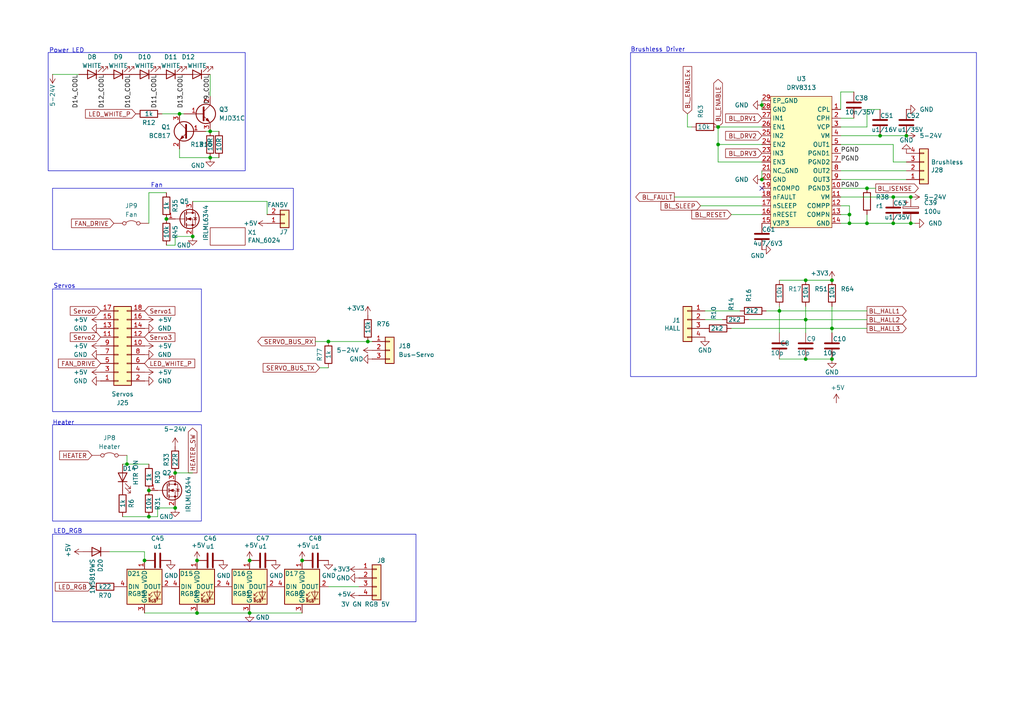
<source format=kicad_sch>
(kicad_sch (version 20231120) (generator "eeschema") (generator_version "8.0")
  (paper "A4")
  (title_block (title "lab@home") (date "2024-08-19") (rev "15.1") (company "Klaus Liebler"))
  (lib_symbols
    (symbol "Connector_Generic:Conn_01x02" (pin_names (offset 1.016) hide)
      (property "Reference" "J" (at 0 2.54 0))
      (property "Value" "Conn_01x02" (at 0 -5.08 0))
      (symbol "Conn_01x02_1_1"
        (pin passive line (at -5.08 0 0) (length 3.81) (name "Pin_1") (number "1"))
        (pin passive line (at -5.08 -2.54 0) (length 3.81) (name "Pin_2") (number "2"))
      )
    )
    (symbol "Connector_Generic:Conn_01x03" (pin_names (offset 1.016) hide)
      (property "Reference" "J" (at 0 5.08 0))
      (property "Value" "Conn_01x03" (at 0 -5.08 0))
      (symbol "Conn_01x03_1_1"
        (pin passive line (at -5.08 2.54 0) (length 3.81) (name "Pin_1") (number "1"))
        (pin passive line (at -5.08 0 0) (length 3.81) (name "Pin_2") (number "2"))
        (pin passive line (at -5.08 -2.54 0) (length 3.81) (name "Pin_3") (number "3"))
      )
    )
    (symbol "Connector_Generic:Conn_01x04" (pin_names (offset 1.016) hide)
      (property "Reference" "J" (at 0 5.08 0))
      (property "Value" "Conn_01x04" (at 0 -7.62 0))
      (symbol "Conn_01x04_1_1"
        (pin passive line (at -5.08 2.54 0) (length 3.81) (name "Pin_1") (number "1"))
        (pin passive line (at -5.08 0 0) (length 3.81) (name "Pin_2") (number "2"))
        (pin passive line (at -5.08 -2.54 0) (length 3.81) (name "Pin_3") (number "3"))
        (pin passive line (at -5.08 -5.08 0) (length 3.81) (name "Pin_4") (number "4"))
      )
    )
    (symbol "Connector_Generic:Conn_02x09_Odd_Even" (pin_names (offset 1.016) hide)
      (property "Reference" "J" (at 1.27 12.7 0))
      (property "Value" "Conn_02x09_Odd_Even" (at 1.27 -12.7 0))
      (symbol "Conn_02x09_Odd_Even_1_1"
        (pin passive line (at -5.08 10.16 0) (length 3.81) (name "Pin_1") (number "1"))
        (pin passive line (at 7.62 0 180) (length 3.81) (name "Pin_10") (number "10"))
        (pin passive line (at -5.08 -2.54 0) (length 3.81) (name "Pin_11") (number "11"))
        (pin passive line (at 7.62 -2.54 180) (length 3.81) (name "Pin_12") (number "12"))
        (pin passive line (at -5.08 -5.08 0) (length 3.81) (name "Pin_13") (number "13"))
        (pin passive line (at 7.62 -5.08 180) (length 3.81) (name "Pin_14") (number "14"))
        (pin passive line (at -5.08 -7.62 0) (length 3.81) (name "Pin_15") (number "15"))
        (pin passive line (at 7.62 -7.62 180) (length 3.81) (name "Pin_16") (number "16"))
        (pin passive line (at -5.08 -10.16 0) (length 3.81) (name "Pin_17") (number "17"))
        (pin passive line (at 7.62 -10.16 180) (length 3.81) (name "Pin_18") (number "18"))
        (pin passive line (at 7.62 10.16 180) (length 3.81) (name "Pin_2") (number "2"))
        (pin passive line (at -5.08 7.62 0) (length 3.81) (name "Pin_3") (number "3"))
        (pin passive line (at 7.62 7.62 180) (length 3.81) (name "Pin_4") (number "4"))
        (pin passive line (at -5.08 5.08 0) (length 3.81) (name "Pin_5") (number "5"))
        (pin passive line (at 7.62 5.08 180) (length 3.81) (name "Pin_6") (number "6"))
        (pin passive line (at -5.08 2.54 0) (length 3.81) (name "Pin_7") (number "7"))
        (pin passive line (at 7.62 2.54 180) (length 3.81) (name "Pin_8") (number "8"))
        (pin passive line (at -5.08 0 0) (length 3.81) (name "Pin_9") (number "9"))
      )
    )
    (symbol "Device:C" (pin_numbers hide) (pin_names (offset 0.254))
      (property "Reference" "C" (at 0.635 2.54 0))
      (property "Value" "C" (at 0.635 -2.54 0))
      (symbol "C_1_1"
        (pin passive line (at 0 3.81 270) (length 2.794) (name "~") (number "1"))
        (pin passive line (at 0 -3.81 90) (length 2.794) (name "~") (number "2"))
      )
    )
    (symbol "Device:C_Polarized" (pin_numbers hide) (pin_names (offset 0.254))
      (property "Reference" "C" (at 0.635 2.54 0))
      (property "Value" "C_Polarized" (at 0.635 -2.54 0))
      (symbol "C_Polarized_1_1"
        (pin passive line (at 0 3.81 270) (length 2.794) (name "~") (number "1"))
        (pin passive line (at 0 -3.81 90) (length 2.794) (name "~") (number "2"))
      )
    )
    (symbol "Device:D" (pin_numbers hide) (pin_names (offset 1.016) hide)
      (property "Reference" "D" (at 0 2.54 0))
      (property "Value" "D" (at 0 -2.54 0))
      (symbol "D_1_1"
        (pin passive line (at -3.81 0 0) (length 2.54) (name "K") (number "1"))
        (pin passive line (at 3.81 0 180) (length 2.54) (name "A") (number "2"))
      )
    )
    (symbol "Device:LED" (pin_numbers hide) (pin_names (offset 1.016) hide)
      (property "Reference" "D" (at 0 2.54 0))
      (property "Value" "LED" (at 0 -2.54 0))
      (symbol "LED_1_1"
        (pin passive line (at -3.81 0 0) (length 2.54) (name "K") (number "1"))
        (pin passive line (at 3.81 0 180) (length 2.54) (name "A") (number "2"))
      )
    )
    (symbol "Device:Q_NPN_BCE" (pin_names (offset 0) hide)
      (property "Reference" "Q" (at 5.08 1.27 0))
      (property "Value" "Q_NPN_BCE" (at 5.08 -1.27 0))
      (symbol "Q_NPN_BCE_1_1"
        (pin input line (at -5.08 0 0) (length 5.715) (name "B") (number "1"))
        (pin passive line (at 2.54 5.08 270) (length 2.54) (name "C") (number "2"))
        (pin passive line (at 2.54 -5.08 90) (length 2.54) (name "E") (number "3"))
      )
    )
    (symbol "Device:R" (pin_numbers hide) (pin_names (offset 0))
      (property "Reference" "R" (at 2.032 0 90))
      (property "Value" "R" (at 0 0 90))
      (symbol "R_1_1"
        (pin passive line (at 0 3.81 270) (length 1.27) (name "~") (number "1"))
        (pin passive line (at 0 -3.81 90) (length 1.27) (name "~") (number "2"))
      )
    )
    (symbol "Jumper:Jumper_2_Bridged" (pin_numbers hide) (pin_names (offset 0) hide) (exclude_from_sim yes)
      (property "Reference" "JP" (at 0 1.905 0))
      (property "Value" "Jumper_2_Bridged" (at 0 -2.54 0))
      (symbol "Jumper_2_Bridged_1_1"
        (pin passive line (at -5.08 0 0) (length 2.54) (name "A") (number "1"))
        (pin passive line (at 5.08 0 180) (length 2.54) (name "B") (number "2"))
      )
    )
    (symbol "Transistor_BJT:BC817" (pin_names (offset 0) hide)
      (property "Reference" "Q" (at 5.08 1.905 0))
      (property "Value" "BC817" (at 5.08 0 0))
      (symbol "BC817_1_1"
        (pin input line (at -5.08 0 0) (length 5.715) (name "B") (number "1"))
        (pin passive line (at 2.54 -5.08 90) (length 2.54) (name "E") (number "2"))
        (pin passive line (at 2.54 5.08 270) (length 2.54) (name "C") (number "3"))
      )
    )
    (symbol "Transistor_FET:IRLML0030" (pin_names hide)
      (property "Reference" "Q" (at 5.08 1.905 0))
      (property "Value" "IRLML0030" (at 5.08 0 0))
      (symbol "IRLML0030_1_1"
        (pin input line (at -5.08 0 0) (length 2.54) (name "G") (number "1"))
        (pin passive line (at 2.54 -5.08 90) (length 2.54) (name "S") (number "2"))
        (pin passive line (at 2.54 5.08 270) (length 2.54) (name "D") (number "3"))
      )
    )
    (symbol "liebler_OPTO:SK6812MINI-E_Reverse" (pin_names (offset 0.254))
      (property "Reference" "D" (at 5.08 5.715 0))
      (property "Value" "SK6812MINI-E_Reverse" (at 1.27 -5.715 0))
      (symbol "SK6812MINI-E_Reverse_0_0"
        (text "RGB" (at 2.286 -4.191 0) (effects (font (size 0.762 0.762))))
      )
      (symbol "SK6812MINI-E_Reverse_1_1"
        (pin power_in line (at 0 7.62 270) (length 2.54) (name "VDD") (number "1"))
        (pin output line (at 7.62 0 180) (length 2.54) (name "DOUT") (number "2"))
        (pin power_in line (at 0 -7.62 90) (length 2.54) (name "GND") (number "3"))
        (pin input line (at -7.62 0 0) (length 2.54) (name "DIN") (number "4"))
      )
    )
    (symbol "liebler_SEMICONDUCTORS:DRV8313"
      (property "Reference" "U" (at 0 22.098 0))
      (property "Value" "DRV8813" (at 0 20.066 0))
      (symbol "DRV8313_1_1"
        (pin bidirectional line (at 11.43 15.24 180) (length 2.54) (name "CPL") (number "1"))
        (pin power_in line (at 11.43 -7.62 180) (length 2.54) (name "PGND3") (number "10"))
        (pin power_in line (at 11.43 -10.16 180) (length 2.54) (name "VM") (number "11"))
        (pin power_in line (at 11.43 -12.7 180) (length 2.54) (name "COMPP") (number "12"))
        (pin power_in line (at 11.43 -15.24 180) (length 2.54) (name "COMPN") (number "13"))
        (pin power_in line (at 11.43 -17.78 180) (length 2.54) (name "GND") (number "14"))
        (pin power_in line (at -11.43 -17.78 0) (length 2.54) (name "V3P3") (number "15"))
        (pin input line (at -11.43 -15.24 0) (length 2.54) (name "nRESET") (number "16"))
        (pin input line (at -11.43 -12.7 0) (length 2.54) (name "nSLEEP") (number "17"))
        (pin open_collector line (at -11.43 -10.16 0) (length 2.54) (name "nFAULT") (number "18"))
        (pin passive line (at -11.43 -7.62 0) (length 2.54) (name "nCOMPO") (number "19"))
        (pin bidirectional line (at 11.43 12.7 180) (length 2.54) (name "CPH") (number "2"))
        (pin passive line (at -11.43 -5.08 0) (length 2.54) (name "GND") (number "20"))
        (pin passive line (at -11.43 -2.54 0) (length 2.54) (name "NC_GND") (number "21"))
        (pin input line (at -11.43 0 0) (length 2.54) (name "EN3") (number "22"))
        (pin input line (at -11.43 2.54 0) (length 2.54) (name "IN3") (number "23"))
        (pin input line (at -11.43 5.08 0) (length 2.54) (name "EN2") (number "24"))
        (pin input line (at -11.43 7.62 0) (length 2.54) (name "IN2") (number "25"))
        (pin input line (at -11.43 10.16 0) (length 2.54) (name "EN1") (number "26"))
        (pin input line (at -11.43 12.7 0) (length 2.54) (name "IN1") (number "27"))
        (pin power_in line (at -11.43 15.24 0) (length 2.54) (name "GND") (number "28"))
        (pin power_in line (at -11.43 17.78 0) (length 2.54) (name "EP_GND") (number "29"))
        (pin output line (at 11.43 10.16 180) (length 2.54) (name "VCP") (number "3"))
        (pin power_in line (at 11.43 7.62 180) (length 2.54) (name "VM") (number "4"))
        (pin output line (at 11.43 5.08 180) (length 2.54) (name "OUT1") (number "5"))
        (pin power_in line (at 11.43 2.54 180) (length 2.54) (name "PGND1") (number "6"))
        (pin power_in line (at 11.43 0 180) (length 2.54) (name "PGND2") (number "7"))
        (pin output line (at 11.43 -2.54 180) (length 2.54) (name "OUT2") (number "8"))
        (pin output line (at 11.43 -5.08 180) (length 2.54) (name "OUT3") (number "9"))
      )
    )
    (symbol "power:+3V3" (power) (pin_numbers hide) (pin_names (offset 0) hide)
      (property "Value" "+3V3" (at 0 3.556 0))
      (symbol "+3V3_1_1"
        (pin power_in line (at 0 0 90) (length 0) (name "~") (number "1"))
      )
    )
    (symbol "power:+5V" (power) (pin_numbers hide) (pin_names (offset 0) hide)
      (property "Value" "+5V" (at 0 3.556 0))
      (symbol "+5V_1_1"
        (pin power_in line (at 0 0 90) (length 0) (name "~") (number "1"))
      )
    )
    (symbol "power:+VSW" (power) (pin_numbers hide) (pin_names (offset 0) hide)
      (property "Value" "+VSW" (at 0 3.556 0))
      (symbol "+VSW_1_1"
        (pin power_in line (at 0 0 90) (length 0) (name "~") (number "1"))
      )
    )
    (symbol "power:GND" (power) (pin_numbers hide) (pin_names (offset 0) hide)
      (property "Value" "GND" (at 0 -3.81 0))
      (symbol "GND_1_1"
        (pin power_in line (at 0 0 270) (length 0) (name "~") (number "1"))
      )
    )
    (symbol "smopla:FAN_6024" (pin_names (offset 1.016))
      (property "Reference" "X" (at 0 1.27 0))
      (property "Value" "smopla_FAN_6024" (at 0 -1.27 0))
    )
  )
  (junction (at 87.63 162.56))
  (junction (at 43.18 142.24))
  (junction (at 208.28 41.91))
  (junction (at 241.3 95.25))
  (junction (at 52.07 33.02))
  (junction (at 264.16 64.77))
  (junction (at 57.15 177.8))
  (junction (at 106.68 99.06))
  (junction (at 50.8 147.32))
  (junction (at 36.83 134.62))
  (junction (at 220.98 52.07))
  (junction (at 208.28 36.83))
  (junction (at 72.39 162.56))
  (junction (at 95.25 99.06))
  (junction (at 43.18 149.86))
  (junction (at 57.15 162.56))
  (junction (at 264.16 57.15))
  (junction (at 241.3 104.14))
  (junction (at 226.06 90.17))
  (junction (at 241.3 81.28))
  (junction (at 246.38 64.77))
  (junction (at 233.68 81.28))
  (junction (at 255.27 39.37))
  (junction (at 48.26 63.5))
  (junction (at 60.96 38.1))
  (junction (at 220.98 30.48))
  (junction (at 251.46 64.77))
  (junction (at 233.68 92.71))
  (junction (at 55.88 68.58))
  (junction (at 262.89 39.37))
  (junction (at 60.96 45.72))
  (junction (at 50.8 137.16))
  (junction (at 246.38 62.23))
  (junction (at 233.68 104.14))
  (junction (at 259.08 64.77))
  (junction (at 72.39 177.8))
  (junction (at 251.46 54.61))
  (junction (at 41.91 162.56))
  (junction (at 259.08 57.15))
  (no_connect (at 220.98 54.61))
  (wire (pts (xy 251.46 62.23) (xy 251.46 64.77)))
  (wire (pts (xy 233.68 104.14) (xy 241.3 104.14)))
  (wire (pts (xy 259.08 46.99) (xy 262.89 46.99)))
  (wire (pts (xy 50.8 147.32) (xy 45.72 147.32)))
  (wire (pts (xy 241.3 95.25) (xy 241.3 96.52)))
  (wire (pts (xy 246.38 62.23) (xy 246.38 59.69)))
  (wire (pts (xy 241.3 88.9) (xy 241.3 95.25)))
  (wire (pts (xy 199.39 33.02) (xy 199.39 36.83)))
  (wire (pts (xy 41.91 160.02) (xy 41.91 162.56)))
  (wire (pts (xy 55.88 58.42) (xy 77.47 58.42)))
  (wire (pts (xy 243.84 34.29) (xy 247.65 34.29)))
  (wire (pts (xy 259.08 57.15) (xy 264.16 57.15)))
  (wire (pts (xy 251.46 54.61) (xy 254 54.61)))
  (wire (pts (xy 15.24 21.59) (xy 22.86 21.59)))
  (wire (pts (xy 243.84 39.37) (xy 255.27 39.37)))
  (wire (pts (xy 208.28 41.91) (xy 208.28 36.83)))
  (wire (pts (xy 233.68 92.71) (xy 251.46 92.71)))
  (wire (pts (xy 208.28 41.91) (xy 220.98 41.91)))
  (wire (pts (xy 95.25 99.06) (xy 106.68 99.06)))
  (wire (pts (xy 204.47 90.17) (xy 214.63 90.17)))
  (wire (pts (xy 203.2 59.69) (xy 220.98 59.69)))
  (wire (pts (xy 243.84 49.53) (xy 262.89 49.53)))
  (wire (pts (xy 46.99 33.02) (xy 52.07 33.02)))
  (wire (pts (xy 226.06 104.14) (xy 233.68 104.14)))
  (wire (pts (xy 243.84 54.61) (xy 251.46 54.61)))
  (wire (pts (xy 36.83 134.62) (xy 43.18 134.62)))
  (wire (pts (xy 52.07 33.02) (xy 53.34 33.02)))
  (wire (pts (xy 247.65 26.67) (xy 243.84 26.67)))
  (wire (pts (xy 233.68 88.9) (xy 233.68 92.71)))
  (wire (pts (xy 243.84 64.77) (xy 246.38 64.77)))
  (wire (pts (xy 50.8 68.58) (xy 50.8 71.12)))
  (wire (pts (xy 259.08 64.77) (xy 264.16 64.77)))
  (wire (pts (xy 243.84 52.07) (xy 262.89 52.07)))
  (wire (pts (xy 77.47 58.42) (xy 77.47 62.23)))
  (wire (pts (xy 226.06 90.17) (xy 251.46 90.17)))
  (wire (pts (xy 106.68 99.06) (xy 107.95 99.06)))
  (wire (pts (xy 60.96 45.72) (xy 63.5 45.72)))
  (wire (pts (xy 43.18 64.77) (xy 43.18 55.88)))
  (wire (pts (xy 60.96 21.59) (xy 60.96 27.94)))
  (wire (pts (xy 226.06 90.17) (xy 226.06 88.9)))
  (wire (pts (xy 220.98 49.53) (xy 220.98 52.07)))
  (wire (pts (xy 233.68 81.28) (xy 241.3 81.28)))
  (wire (pts (xy 251.46 36.83) (xy 251.46 31.75)))
  (wire (pts (xy 233.68 92.71) (xy 233.68 96.52)))
  (wire (pts (xy 259.08 41.91) (xy 243.84 41.91)))
  (wire (pts (xy 195.58 57.15) (xy 220.98 57.15)))
  (wire (pts (xy 246.38 62.23) (xy 243.84 62.23)))
  (wire (pts (xy 243.84 59.69) (xy 246.38 59.69)))
  (wire (pts (xy 50.8 137.16) (xy 55.88 137.16)))
  (wire (pts (xy 35.56 134.62) (xy 36.83 134.62)))
  (wire (pts (xy 52.07 43.18) (xy 52.07 45.72)))
  (wire (pts (xy 217.17 92.71) (xy 233.68 92.71)))
  (wire (pts (xy 208.28 36.83) (xy 220.98 36.83)))
  (wire (pts (xy 251.46 31.75) (xy 255.27 31.75)))
  (wire (pts (xy 226.06 90.17) (xy 226.06 96.52)))
  (wire (pts (xy 57.15 177.8) (xy 72.39 177.8)))
  (wire (pts (xy 41.91 177.8) (xy 57.15 177.8)))
  (wire (pts (xy 36.83 132.08) (xy 36.83 134.62)))
  (wire (pts (xy 241.3 95.25) (xy 251.46 95.25)))
  (wire (pts (xy 204.47 92.71) (xy 209.55 92.71)))
  (wire (pts (xy 35.56 149.86) (xy 43.18 149.86)))
  (wire (pts (xy 31.75 160.02) (xy 41.91 160.02)))
  (wire (pts (xy 251.46 64.77) (xy 259.08 64.77)))
  (wire (pts (xy 212.09 95.25) (xy 241.3 95.25)))
  (wire (pts (xy 43.18 55.88) (xy 48.26 55.88)))
  (wire (pts (xy 243.84 57.15) (xy 259.08 57.15)))
  (wire (pts (xy 59.69 38.1) (xy 60.96 38.1)))
  (wire (pts (xy 226.06 81.28) (xy 233.68 81.28)))
  (wire (pts (xy 55.88 68.58) (xy 50.8 68.58)))
  (wire (pts (xy 199.39 36.83) (xy 200.66 36.83)))
  (wire (pts (xy 212.09 62.23) (xy 220.98 62.23)))
  (wire (pts (xy 60.96 38.1) (xy 63.5 38.1)))
  (wire (pts (xy 222.25 90.17) (xy 226.06 90.17)))
  (wire (pts (xy 262.89 39.37) (xy 255.27 39.37)))
  (wire (pts (xy 50.8 71.12) (xy 48.26 71.12)))
  (wire (pts (xy 52.07 45.72) (xy 60.96 45.72)))
  (wire (pts (xy 220.98 46.99) (xy 208.28 46.99)))
  (wire (pts (xy 45.72 149.86) (xy 43.18 149.86)))
  (wire (pts (xy 259.08 46.99) (xy 259.08 41.91)))
  (wire (pts (xy 95.25 170.18) (xy 104.14 170.18)))
  (wire (pts (xy 246.38 62.23) (xy 246.38 64.77)))
  (wire (pts (xy 72.39 177.8) (xy 87.63 177.8)))
  (wire (pts (xy 246.38 64.77) (xy 251.46 64.77)))
  (wire (pts (xy 220.98 30.48) (xy 220.98 31.75)))
  (wire (pts (xy 45.72 147.32) (xy 45.72 149.86)))
  (wire (pts (xy 92.71 106.68) (xy 95.25 106.68)))
  (wire (pts (xy 91.44 99.06) (xy 95.25 99.06)))
  (wire (pts (xy 208.28 46.99) (xy 208.28 41.91)))
  (wire (pts (xy 243.84 36.83) (xy 251.46 36.83)))
  (wire (pts (xy 265.43 64.77) (xy 264.16 64.77)))
  (wire (pts (xy 220.98 29.21) (xy 220.98 30.48)))
  (wire (pts (xy 243.84 26.67) (xy 243.84 31.75)))
  (rectangle (start 13.97 15.24) (end 71.12 49.53))
  (rectangle (start 15.24 54.61) (end 85.09 72.39))
  (rectangle (start 15.24 123.19) (end 58.42 151.13))
  (rectangle (start 182.88 15.24) (end 283.21 109.22))
  (rectangle (start 15.24 154.94) (end 120.65 180.34))
  (rectangle (start 15.24 83.82) (end 58.42 119.38))
  (text "Brushless Driver" (at 182.88 15.24 0) (effects (font (size 1.27 1.27)) (justify left bottom)))
  (text "Servos" (at 15.494 83.82 0) (effects (font (size 1.27 1.27)) (justify left bottom)))
  (text "Power LED" (at 14.224 15.494 0) (effects (font (size 1.27 1.27)) (justify left bottom)))
  (text "Heater" (at 15.24 123.444 0) (effects (font (size 1.27 1.27)) (justify left bottom)))
  (text "Fan" (at 43.688 54.61 0) (effects (font (size 1.27 1.27)) (justify left bottom)))
  (text "LED_RGB" (at 15.494 154.94 0) (effects (font (size 1.27 1.27)) (justify left bottom)))
  (label "D11_COOL" (at 45.72 21.59 270))
  (label "D14_COOL" (at 22.86 21.59 270))
  (label "PGND" (at 243.84 54.61 0))
  (label "D13_COOL" (at 53.34 21.59 270))
  (label "D10_COOL" (at 38.1 21.59 270))
  (label "D9_COOL" (at 60.96 21.59 270))
  (label "D12_COOL" (at 30.48 21.59 270))
  (label "PGND" (at 243.84 44.45 0))
  (label "PGND" (at 243.84 46.99 0))
  (global_label "LED_RGB" (shape input) (at 26.67 170.18 180) (property "Intersheetrefs" "${INTERSHEET_REFS}" (effects (hide yes))))
  (global_label "HEATER_SW" (shape output) (at 55.88 137.16 90) (property "Intersheetrefs" "${INTERSHEET_REFS}" (effects (hide yes))))
  (global_label "BL_ENABLEx" (shape input) (at 199.39 33.02 90) (property "Intersheetrefs" "${INTERSHEET_REFS}" (effects (hide yes))))
  (global_label "LED_WHITE_P" (shape input) (at 41.91 105.41 0) (property "Intersheetrefs" "${INTERSHEET_REFS}" (effects (hide yes))))
  (global_label "BL_ISENSE" (shape output) (at 254 54.61 0) (property "Intersheetrefs" "${INTERSHEET_REFS}" (effects (hide yes))))
  (global_label "Servo1" (shape input) (at 41.91 90.17 0) (property "Intersheetrefs" "${INTERSHEET_REFS}" (effects (hide yes))))
  (global_label "LED_WHITE_P" (shape input) (at 39.37 33.02 180) (property "Intersheetrefs" "${INTERSHEET_REFS}" (effects (hide yes))))
  (global_label "BL_FAULT" (shape output) (at 195.58 57.15 180) (property "Intersheetrefs" "${INTERSHEET_REFS}" (effects (hide yes))))
  (global_label "BL_ENABLE" (shape bidirectional) (at 208.28 36.83 90) (property "Intersheetrefs" "${INTERSHEET_REFS}" (effects (hide yes))))
  (global_label "BL_HALL1" (shape output) (at 251.46 90.17 0) (property "Intersheetrefs" "${INTERSHEET_REFS}" (effects (hide yes))))
  (global_label "BL_DRV1" (shape input) (at 220.98 34.29 180) (property "Intersheetrefs" "${INTERSHEET_REFS}" (effects (hide yes))))
  (global_label "BL_RESET" (shape input) (at 212.09 62.23 180) (property "Intersheetrefs" "${INTERSHEET_REFS}" (effects (hide yes))))
  (global_label "Servo2" (shape input) (at 29.21 97.79 180) (property "Intersheetrefs" "${INTERSHEET_REFS}" (effects (hide yes))))
  (global_label "BL_HALL3" (shape output) (at 251.46 95.25 0) (property "Intersheetrefs" "${INTERSHEET_REFS}" (effects (hide yes))))
  (global_label "BL_DRV2" (shape input) (at 220.98 39.37 180) (property "Intersheetrefs" "${INTERSHEET_REFS}" (effects (hide yes))))
  (global_label "BL_HALL2" (shape output) (at 251.46 92.71 0) (property "Intersheetrefs" "${INTERSHEET_REFS}" (effects (hide yes))))
  (global_label "Servo3" (shape input) (at 41.91 97.79 0) (property "Intersheetrefs" "${INTERSHEET_REFS}" (effects (hide yes))))
  (global_label "SERVO_BUS_TX" (shape input) (at 92.71 106.68 180) (property "Intersheetrefs" "${INTERSHEET_REFS}" (effects (hide yes))))
  (global_label "BL_SLEEP" (shape input) (at 203.2 59.69 180) (property "Intersheetrefs" "${INTERSHEET_REFS}" (effects (hide yes))))
  (global_label "SERVO_BUS_RX" (shape output) (at 91.44 99.06 180) (property "Intersheetrefs" "${INTERSHEET_REFS}" (effects (hide yes))))
  (global_label "FAN_DRIVE" (shape input) (at 33.02 64.77 180) (property "Intersheetrefs" "${INTERSHEET_REFS}" (effects (hide yes))))
  (global_label "BL_DRV3" (shape input) (at 220.98 44.45 180) (property "Intersheetrefs" "${INTERSHEET_REFS}" (effects (hide yes))))
  (global_label "FAN_DRIVE" (shape input) (at 29.21 105.41 180) (property "Intersheetrefs" "${INTERSHEET_REFS}" (effects (hide yes))))
  (global_label "Servo0" (shape input) (at 29.21 90.17 180) (property "Intersheetrefs" "${INTERSHEET_REFS}" (effects (hide yes))))
  (global_label "HEATER" (shape input) (at 26.67 132.08 180) (property "Intersheetrefs" "${INTERSHEET_REFS}" (effects (hide yes))))
  (symbol (lib_id "Device:Q_NPN_BCE") (at 58.42 33.02 0) (unit 1)
    (property "Reference" "Q3" (at 63.5 31.7499 0) (effects (justify left)))
    (property "Value" "MJD31C" (at 63.5 34.2899 0) (effects (justify left)))
    (property "Footprint" "Package_TO_SOT_SMD:TO-252-2" (effects (hide yes)))
    (property "Description" "NPN transistor, base/collector/emitter" (effects (hide yes)))
  )
  (symbol (lib_id "Device:LED") (at 34.29 21.59 180) (unit 1)
    (property "Reference" "D9" (at 34.29 16.51 0))
    (property "Value" "WHITE" (at 34.29 19.05 0))
    (property "Footprint" "liebler_OPTO:LED_PLCC_2835_Handsoldering" (effects (hide yes)))
  )
  (symbol (lib_id "Device:C") (at 220.98 68.58 0) (unit 1)
    (property "Reference" "C61" (at 220.98 66.548 0) (effects (justify left)))
    (property "Value" "4u7/6V3" (at 218.44 70.612 0) (effects (justify left)))
    (property "Footprint" "Capacitor_SMD:C_0402_1005Metric" (effects (hide yes)))
    (property "Description" "Unpolarized capacitor" (effects (hide yes)))
  )
  (symbol (lib_id "power:+5V") (at 41.91 107.95 270) (unit 1)
    (property "Reference" "#PWR0229" (effects (hide yes)))
    (property "Value" "+5V" (at 45.72 107.9499 90) (effects (justify left)))
    (property "Description" "Power symbol creates a global label with name \"+5V\"" (effects (hide yes)))
  )
  (symbol (lib_id "Device:R") (at 95.25 102.87 180) (unit 1)
    (property "Reference" "R77" (at 92.71 102.87 90))
    (property "Value" "1k" (at 95.25 102.87 90))
    (property "Footprint" "Resistor_SMD:R_0805_2012Metric_Pad1.20x1.40mm_HandSolder" (effects (hide yes)))
  )
  (symbol (lib_id "Device:R") (at 213.36 92.71 90) (unit 1)
    (property "Reference" "R14" (at 212.0899 90.17 0) (effects (justify left)))
    (property "Value" "2k2" (at 214.884 92.71 90) (effects (justify left)))
    (property "Footprint" "Resistor_SMD:R_0402_1005Metric" (effects (hide yes)))
    (property "Description" "Resistor" (effects (hide yes)))
  )
  (symbol (lib_id "Device:R") (at 43.18 33.02 270) (unit 1)
    (property "Reference" "R12" (at 43.18 35.56 90))
    (property "Value" "1k" (at 43.18 33.02 90))
    (property "Footprint" "Resistor_SMD:R_0402_1005Metric" (effects (hide yes)))
  )
  (symbol (lib_id "Device:LED") (at 57.15 21.59 180) (unit 1)
    (property "Reference" "D12" (at 54.61 16.51 0))
    (property "Value" "WHITE" (at 57.15 19.05 0))
    (property "Footprint" "liebler_OPTO:LED_PLCC_2835_Handsoldering" (effects (hide yes)))
  )
  (symbol (lib_id "power:GND") (at 220.98 72.39 90) (unit 1)
    (property "Reference" "#PWR030" (effects (hide yes)))
    (property "Value" "GND" (at 217.678 74.168 90) (effects (justify right)))
    (property "Description" "Power symbol creates a global label with name \"GND\" , ground" (effects (hide yes)))
  )
  (symbol (lib_id "Device:R") (at 43.18 146.05 180) (unit 1)
    (property "Reference" "R31" (at 45.72 146.05 90))
    (property "Value" "10k" (at 43.18 146.05 90))
    (property "Footprint" "Resistor_SMD:R_0201_0603Metric" (effects (hide yes)))
  )
  (symbol (lib_id "power:+VSW") (at 107.95 101.6 90) (unit 1)
    (property "Reference" "#PWR0209" (effects (hide yes)))
    (property "Value" "5-24V" (at 104.14 101.5999 90) (effects (justify left)))
    (property "Description" "Power symbol creates a global label with name \"+VSW\"" (effects (hide yes)))
  )
  (symbol (lib_id "Device:C") (at 91.44 162.56 270) (unit 1)
    (property "Reference" "C48" (at 91.44 156.1592 90))
    (property "Value" "u1" (at 91.44 158.4706 90))
    (property "Footprint" "Capacitor_SMD:C_0201_0603Metric" (effects (hide yes)))
  )
  (symbol (lib_id "Device:LED") (at 35.56 138.43 90) (unit 1)
    (property "Reference" "D14" (at 35.56 135.89 90) (effects (justify right)))
    (property "Value" "HTR ON" (at 39.37 133.35 0) (effects (justify right)))
    (property "Footprint" "liebler_OPTO:LED_1206_3216Metric_ReverseMount" (effects (hide yes)))
  )
  (symbol (lib_id "Device:R") (at 48.26 67.31 180) (unit 1)
    (property "Reference" "R45" (at 50.8 67.31 90))
    (property "Value" "10k" (at 48.26 67.31 90))
    (property "Footprint" "Resistor_SMD:R_0201_0603Metric" (effects (hide yes)))
  )
  (symbol (lib_id "Connector_Generic:Conn_01x04") (at 109.22 167.64 0) (unit 1)
    (property "Reference" "J8" (at 111.76 162.56 0) (effects (justify right)))
    (property "Value" "3V GN RGB 5V" (at 113.03 175.26 0) (effects (justify right)))
    (property "Footprint" "Connector_PinHeader_2.54mm:PinHeader_1x04_P2.54mm_Vertical" (effects (hide yes)))
    (property "Description" "Generic connector, single row, 01x04, script generated (kicad-library-utils/schlib/autogen/connector/)" (effects (hide yes)))
  )
  (symbol (lib_id "liebler_OPTO:SK6812MINI-E_Reverse") (at 87.63 170.18 0) (unit 1)
    (property "Reference" "D17" (at 84.582 166.37 0))
    (property "Value" "RGB0" (at 85.344 172.212 0))
    (property "Footprint" "liebler_OPTO:SK6812MINI-E_REV" (effects (hide yes)))
  )
  (symbol (lib_id "smopla:FAN_6024") (at 66.04 68.58 0) (unit 1)
    (property "Reference" "X1" (at 71.8312 67.4116 0) (effects (justify left)))
    (property "Value" "FAN_6024" (at 71.8312 69.723 0) (effects (justify left)))
    (property "Footprint" "liebler_MECH:FAN_6024" (effects (hide yes)))
  )
  (symbol (lib_id "power:GND") (at 95.25 162.56 0) (unit 1)
    (property "Reference" "#PWR0103" (effects (hide yes)))
    (property "Value" "GND" (at 95.377 166.9542 0))
    (property "Description" "Power symbol creates a global label with name \"GND\" , ground" (effects (hide yes)))
  )
  (symbol (lib_id "Transistor_FET:IRLML0030") (at 53.34 63.5 0) (unit 1)
    (property "Reference" "Q5" (at 52.07 58.42 0) (effects (justify left)))
    (property "Value" "IRLML6344" (at 59.69 69.85 90) (effects (justify left)))
    (property "Footprint" "Package_TO_SOT_SMD:SOT-23" (effects (hide yes)))
    (property "Datasheet" "https://www.infineon.com/dgdl/irlml0030pbf.pdf?fileId=5546d462533600a401535664773825df" (effects (hide yes)))
    (property "Description" "5.3A Id, 30V Vds, 27mOhm Rds, N-Channel HEXFET Power MOSFET, SOT-23" (effects (hide yes)))
  )
  (symbol (lib_id "power:GND") (at 41.91 110.49 90) (unit 1)
    (property "Reference" "#PWR0233" (effects (hide yes)))
    (property "Value" "GND" (at 45.72 110.4899 90) (effects (justify right)))
    (property "Description" "Power symbol creates a global label with name \"GND\" , ground" (effects (hide yes)))
  )
  (symbol (lib_id "power:+5V") (at 242.57 116.84 0) (unit 1)
    (property "Reference" "#PWR0239" (effects (hide yes)))
    (property "Value" "+5V" (at 242.951 112.4458 0))
    (property "Description" "Power symbol creates a global label with name \"+5V\"" (effects (hide yes)))
  )
  (symbol (lib_id "power:GND") (at 29.21 102.87 270) (unit 1)
    (property "Reference" "#PWR0232" (effects (hide yes)))
    (property "Value" "GND" (at 25.4 102.8699 90) (effects (justify right)))
    (property "Description" "Power symbol creates a global label with name \"GND\" , ground" (effects (hide yes)))
  )
  (symbol (lib_id "power:GND") (at 41.91 102.87 90) (unit 1)
    (property "Reference" "#PWR0234" (effects (hide yes)))
    (property "Value" "GND" (at 45.72 102.8699 90) (effects (justify right)))
    (property "Description" "Power symbol creates a global label with name \"GND\" , ground" (effects (hide yes)))
  )
  (symbol (lib_id "power:GND") (at 262.89 44.45 180) (unit 1)
    (property "Reference" "#PWR057" (effects (hide yes)))
    (property "Value" "GND" (at 262.89 40.64 0))
    (property "Description" "Power symbol creates a global label with name \"GND\" , ground" (effects (hide yes)))
  )
  (symbol (lib_id "power:GND") (at 204.47 97.79 0) (unit 1)
    (property "Reference" "#PWR05" (effects (hide yes)))
    (property "Value" "GND" (at 204.47 101.6 0))
    (property "Description" "Power symbol creates a global label with name \"GND\" , ground" (effects (hide yes)))
  )
  (symbol (lib_id "power:GND") (at 60.96 45.72 0) (unit 1)
    (property "Reference" "#PWR077" (effects (hide yes)))
    (property "Value" "GND" (at 57.404 48.006 0))
    (property "Description" "Power symbol creates a global label with name \"GND\" , ground" (effects (hide yes)))
  )
  (symbol (lib_id "power:+3V3") (at 241.3 81.28 0) (unit 1)
    (property "Reference" "#PWR031" (effects (hide yes)))
    (property "Value" "+3V3" (at 237.744 79.248 0))
    (property "Description" "Power symbol creates a global label with name \"+3V3\"" (effects (hide yes)))
  )
  (symbol (lib_id "Device:LED") (at 41.91 21.59 180) (unit 1)
    (property "Reference" "D10" (at 41.91 16.51 0))
    (property "Value" "WHITE" (at 41.91 19.05 0))
    (property "Footprint" "liebler_OPTO:LED_PLCC_2835_Handsoldering" (effects (hide yes)))
  )
  (symbol (lib_id "Connector_Generic:Conn_01x03") (at 113.03 101.6 0) (unit 1)
    (property "Reference" "J18" (at 115.57 100.3299 0) (effects (justify left)))
    (property "Value" "Bus-Servo" (at 115.57 102.8699 0) (effects (justify left)))
    (property "Footprint" "Connector_Molex:Molex_SPOX_5267-03A_1x03_P2.50mm_Vertical" (effects (hide yes)))
    (property "Description" "Generic connector, single row, 01x03, script generated (kicad-library-utils/schlib/autogen/connector/)" (effects (hide yes)))
  )
  (symbol (lib_id "power:GND") (at 49.53 162.56 0) (unit 1)
    (property "Reference" "#PWR096" (effects (hide yes)))
    (property "Value" "GND" (at 49.657 166.9542 0))
    (property "Description" "Power symbol creates a global label with name \"GND\" , ground" (effects (hide yes)))
  )
  (symbol (lib_id "liebler_OPTO:SK6812MINI-E_Reverse") (at 57.15 170.18 0) (unit 1)
    (property "Reference" "D15" (at 54.102 166.37 0))
    (property "Value" "RGB2" (at 54.864 172.212 0))
    (property "Footprint" "liebler_OPTO:SK6812MINI-E_REV" (effects (hide yes)))
  )
  (symbol (lib_id "Device:R") (at 35.56 146.05 180) (unit 1)
    (property "Reference" "R6" (at 38.1 146.05 90))
    (property "Value" "1k" (at 35.56 146.05 90))
    (property "Footprint" "Resistor_SMD:R_0402_1005Metric" (effects (hide yes)))
  )
  (symbol (lib_id "Device:C") (at 233.68 100.33 0) (unit 1)
    (property "Reference" "C9" (at 233.934 98.298 0) (effects (justify left)))
    (property "Value" "10p" (at 231.14 102.362 0) (effects (justify left)))
    (property "Footprint" "Capacitor_SMD:C_0402_1005Metric" (effects (hide yes)))
    (property "Description" "Unpolarized capacitor" (effects (hide yes)))
  )
  (symbol (lib_id "Device:R") (at 30.48 170.18 270) (unit 1)
    (property "Reference" "R70" (at 30.48 172.72 90))
    (property "Value" "k22" (at 30.48 170.18 90))
    (property "Footprint" "Resistor_SMD:R_0402_1005Metric" (effects (hide yes)))
  )
  (symbol (lib_id "Device:R") (at 60.96 41.91 0) (unit 1)
    (property "Reference" "R13" (at 57.15 41.91 0))
    (property "Value" "10R" (at 60.96 41.91 90))
    (property "Footprint" "Resistor_SMD:R_1206_3216Metric" (effects (hide yes)))
  )
  (symbol (lib_id "Transistor_FET:IRLML0030") (at 48.26 142.24 0) (unit 1)
    (property "Reference" "Q2" (at 46.99 137.16 0) (effects (justify left)))
    (property "Value" "IRLML6344" (at 54.61 148.59 90) (effects (justify left)))
    (property "Footprint" "Package_TO_SOT_SMD:SOT-23" (effects (hide yes)))
    (property "Datasheet" "https://www.infineon.com/dgdl/irlml0030pbf.pdf?fileId=5546d462533600a401535664773825df" (effects (hide yes)))
    (property "Description" "5.3A Id, 30V Vds, 27mOhm Rds, N-Channel HEXFET Power MOSFET, SOT-23" (effects (hide yes)))
  )
  (symbol (lib_id "Device:C") (at 226.06 100.33 0) (unit 1)
    (property "Reference" "C8" (at 226.314 99.568 0) (effects (justify left)))
    (property "Value" "10p" (at 223.52 102.362 0) (effects (justify left)))
    (property "Footprint" "Capacitor_SMD:C_0402_1005Metric" (effects (hide yes)))
    (property "Description" "Unpolarized capacitor" (effects (hide yes)))
  )
  (symbol (lib_id "Connector_Generic:Conn_01x04") (at 199.39 92.71 0) (mirror y) (unit 1)
    (property "Reference" "J1" (at 197.358 92.9132 0) (effects (justify left)))
    (property "Value" "HALL" (at 197.358 95.2246 0) (effects (justify left)))
    (property "Footprint" "liebler_CONN:PhoenixContact_MC_1,5_4-G-3.5_1x04_P3.50mm_Horizontal_smallerCourtyard" (effects (hide yes)))
  )
  (symbol (lib_id "Device:C_Polarized") (at 264.16 60.96 0) (unit 1)
    (property "Reference" "C39" (at 267.97 58.8009 0) (effects (justify left)))
    (property "Value" "100u" (at 267.97 61.3409 0) (effects (justify left)))
    (property "Footprint" "Capacitor_SMD:CP_Elec_6.3x5.4" (effects (hide yes)))
    (property "Datasheet" "C72478" (effects (hide yes)))
    (property "Description" "Polarized capacitor" (effects (hide yes)))
  )
  (symbol (lib_id "Device:R") (at 233.68 85.09 0) (unit 1)
    (property "Reference" "R51" (at 236.22 83.8199 0) (effects (justify left)))
    (property "Value" "10k" (at 233.68 86.614 90) (effects (justify left)))
    (property "Footprint" "Resistor_SMD:R_0201_0603Metric" (effects (hide yes)))
    (property "Description" "Resistor" (effects (hide yes)))
  )
  (symbol (lib_id "power:+5V") (at 72.39 162.56 0) (unit 1)
    (property "Reference" "#PWR099" (effects (hide yes)))
    (property "Value" "+5V" (at 72.771 158.1658 0))
    (property "Description" "Power symbol creates a global label with name \"+5V\"" (effects (hide yes)))
  )
  (symbol (lib_id "Device:R") (at 48.26 59.69 180) (unit 1)
    (property "Reference" "R35" (at 50.8 59.69 90))
    (property "Value" "1k" (at 48.26 59.69 90))
    (property "Footprint" "Resistor_SMD:R_0402_1005Metric" (effects (hide yes)))
  )
  (symbol (lib_id "Device:C") (at 255.27 35.56 0) (unit 1)
    (property "Reference" "C51" (at 255.27 33.528 0) (effects (justify left)))
    (property "Value" "u1/16V" (at 252.73 37.592 0) (effects (justify left)))
    (property "Footprint" "Capacitor_SMD:C_0603_1608Metric" (effects (hide yes)))
    (property "Description" "Unpolarized capacitor" (effects (hide yes)))
  )
  (symbol (lib_id "Device:C") (at 262.89 35.56 0) (unit 1)
    (property "Reference" "C52" (at 262.89 33.528 0) (effects (justify left)))
    (property "Value" "u1/35V" (at 260.35 37.592 0) (effects (justify left)))
    (property "Footprint" "Capacitor_SMD:C_0603_1608Metric" (effects (hide yes)))
    (property "Description" "Unpolarized capacitor" (effects (hide yes)))
  )
  (symbol (lib_id "power:+3V3") (at 104.14 165.1 90) (unit 1)
    (property "Reference" "#PWR0200" (effects (hide yes)))
    (property "Value" "+3V3" (at 101.6 165.1 90) (effects (justify left)))
    (property "Description" "Power symbol creates a global label with name \"+3V3\"" (effects (hide yes)))
  )
  (symbol (lib_id "Device:C") (at 259.08 60.96 0) (unit 1)
    (property "Reference" "C63" (at 259.08 58.928 0) (effects (justify left)))
    (property "Value" "u1/35V" (at 256.54 62.992 0) (effects (justify left)))
    (property "Footprint" "Capacitor_SMD:C_0603_1608Metric" (effects (hide yes)))
    (property "Description" "Unpolarized capacitor" (effects (hide yes)))
  )
  (symbol (lib_id "power:+VSW") (at 50.8 129.54 0) (unit 1)
    (property "Reference" "#PWR0124" (effects (hide yes)))
    (property "Value" "5-24V" (at 50.8 124.46 0))
    (property "Description" "Power symbol creates a global label with name \"+VSW\"" (effects (hide yes)))
  )
  (symbol (lib_id "power:GND") (at 220.98 30.48 270) (unit 1)
    (property "Reference" "#PWR025" (effects (hide yes)))
    (property "Value" "GND" (at 217.17 30.4799 90) (effects (justify right)))
    (property "Description" "Power symbol creates a global label with name \"GND\" , ground" (effects (hide yes)))
  )
  (symbol (lib_id "power:GND") (at 107.95 104.14 270) (unit 1)
    (property "Reference" "#PWR0215" (effects (hide yes)))
    (property "Value" "GND" (at 103.378 104.14 90))
    (property "Description" "Power symbol creates a global label with name \"GND\" , ground" (effects (hide yes)))
  )
  (symbol (lib_id "power:+VSW") (at 264.16 57.15 270) (unit 1)
    (property "Reference" "#PWR043" (effects (hide yes)))
    (property "Value" "5-24V" (at 267.97 57.1499 90) (effects (justify left)))
    (property "Description" "Power symbol creates a global label with name \"+VSW\"" (effects (hide yes)))
  )
  (symbol (lib_id "power:GND") (at 220.98 52.07 270) (unit 1)
    (property "Reference" "#PWR029" (effects (hide yes)))
    (property "Value" "GND" (at 217.17 52.0699 90) (effects (justify right)))
    (property "Description" "Power symbol creates a global label with name \"GND\" , ground" (effects (hide yes)))
  )
  (symbol (lib_id "Connector_Generic:Conn_02x09_Odd_Even") (at 34.29 100.33 0) (mirror x) (unit 1)
    (property "Reference" "J25" (at 35.56 116.84 0))
    (property "Value" "Servos" (at 35.56 114.3 0))
    (property "Footprint" "liebler_CONN:PinHeader_2x09_P2.54mm_Horizontal_SMD" (effects (hide yes)))
    (property "Description" "Generic connector, double row, 02x09, odd/even pin numbering scheme (row 1 odd numbers, row 2 even numbers), script generated (kicad-library-utils/schlib/autogen/connector/)" (effects (hide yes)))
  )
  (symbol (lib_id "liebler_OPTO:SK6812MINI-E_Reverse") (at 41.91 170.18 0) (unit 1)
    (property "Reference" "D21" (at 38.862 166.37 0))
    (property "Value" "RGB3" (at 39.624 172.212 0))
    (property "Footprint" "liebler_OPTO:SK6812MINI-E_REV" (effects (hide yes)))
  )
  (symbol (lib_id "Device:R") (at 226.06 85.09 0) (unit 1)
    (property "Reference" "R17" (at 228.6 83.8199 0) (effects (justify left)))
    (property "Value" "10k" (at 226.06 86.614 90) (effects (justify left)))
    (property "Footprint" "Resistor_SMD:R_0201_0603Metric" (effects (hide yes)))
    (property "Description" "Resistor" (effects (hide yes)))
  )
  (symbol (lib_id "Device:R") (at 43.18 138.43 180) (unit 1)
    (property "Reference" "R30" (at 45.72 138.43 90))
    (property "Value" "1k" (at 43.18 138.43 90))
    (property "Footprint" "Resistor_SMD:R_0402_1005Metric" (effects (hide yes)))
  )
  (symbol (lib_id "Device:C") (at 45.72 162.56 270) (unit 1)
    (property "Reference" "C45" (at 45.72 156.1592 90))
    (property "Value" "u1" (at 45.72 158.4706 90))
    (property "Footprint" "Capacitor_SMD:C_0201_0603Metric" (effects (hide yes)))
  )
  (symbol (lib_id "power:GND") (at 50.8 147.32 0) (unit 1)
    (property "Reference" "#PWR079" (effects (hide yes)))
    (property "Value" "GND" (at 48.26 149.86 0))
    (property "Description" "Power symbol creates a global label with name \"GND\" , ground" (effects (hide yes)))
  )
  (symbol (lib_id "Device:C") (at 60.96 162.56 270) (unit 1)
    (property "Reference" "C46" (at 60.96 156.1592 90))
    (property "Value" "u1" (at 60.96 158.4706 90))
    (property "Footprint" "Capacitor_SMD:C_0201_0603Metric" (effects (hide yes)))
  )
  (symbol (lib_id "Device:R") (at 218.44 90.17 90) (unit 1)
    (property "Reference" "R16" (at 217.1699 87.63 0) (effects (justify left)))
    (property "Value" "2k2" (at 219.964 90.17 90) (effects (justify left)))
    (property "Footprint" "Resistor_SMD:R_0402_1005Metric" (effects (hide yes)))
    (property "Description" "Resistor" (effects (hide yes)))
  )
  (symbol (lib_id "power:+5V") (at 24.13 160.02 90) (unit 1)
    (property "Reference" "#PWR095" (effects (hide yes)))
    (property "Value" "+5V" (at 19.7358 159.639 0))
    (property "Description" "Power symbol creates a global label with name \"+5V\"" (effects (hide yes)))
  )
  (symbol (lib_id "power:+5V") (at 29.21 92.71 90) (unit 1)
    (property "Reference" "#PWR012" (effects (hide yes)))
    (property "Value" "+5V" (at 25.4 92.7099 90) (effects (justify left)))
    (property "Description" "Power symbol creates a global label with name \"+5V\"" (effects (hide yes)))
  )
  (symbol (lib_id "Device:R") (at 50.8 133.35 0) (unit 1)
    (property "Reference" "R33" (at 48.26 133.35 90))
    (property "Value" "22R" (at 50.8 133.35 90))
    (property "Footprint" "liebler_PASSIVES:Resistor_100W" (effects (hide yes)))
  )
  (symbol (lib_id "power:+5V") (at 29.21 100.33 90) (unit 1)
    (property "Reference" "#PWR0225" (effects (hide yes)))
    (property "Value" "+5V" (at 25.4 100.3299 90) (effects (justify left)))
    (property "Description" "Power symbol creates a global label with name \"+5V\"" (effects (hide yes)))
  )
  (symbol (lib_id "Device:C") (at 241.3 100.33 0) (unit 1)
    (property "Reference" "C10" (at 241.554 98.298 0) (effects (justify left)))
    (property "Value" "10p" (at 238.76 102.362 0) (effects (justify left)))
    (property "Footprint" "Capacitor_SMD:C_0402_1005Metric" (effects (hide yes)))
    (property "Description" "Unpolarized capacitor" (effects (hide yes)))
  )
  (symbol (lib_id "liebler_SEMICONDUCTORS:DRV8313") (at 232.41 46.99 0) (unit 1)
    (property "Reference" "U3" (at 232.41 22.86 0))
    (property "Value" "DRV8313" (at 232.41 25.4 0))
    (property "Footprint" "Package_SO:HTSSOP-28-1EP_4.4x9.7mm_P0.65mm_EP2.85x5.4mm_ThermalVias" (effects (hide yes)))
  )
  (symbol (lib_id "Device:LED") (at 49.53 21.59 180) (unit 1)
    (property "Reference" "D11" (at 49.53 16.51 0))
    (property "Value" "WHITE" (at 49.53 19.05 0))
    (property "Footprint" "liebler_OPTO:LED_PLCC_2835_Handsoldering" (effects (hide yes)))
  )
  (symbol (lib_id "power:+5V") (at 41.91 92.71 270) (unit 1)
    (property "Reference" "#PWR0227" (effects (hide yes)))
    (property "Value" "+5V" (at 45.72 92.7099 90) (effects (justify left)))
    (property "Description" "Power symbol creates a global label with name \"+5V\"" (effects (hide yes)))
  )
  (symbol (lib_id "power:GND") (at 265.43 64.77 90) (unit 1)
    (property "Reference" "#PWR0201" (effects (hide yes)))
    (property "Value" "GND" (at 269.24 64.7699 90) (effects (justify right)))
    (property "Description" "Power symbol creates a global label with name \"GND\" , ground" (effects (hide yes)))
  )
  (symbol (lib_id "power:+5V") (at 41.91 100.33 270) (unit 1)
    (property "Reference" "#PWR0228" (effects (hide yes)))
    (property "Value" "+5V" (at 45.72 100.3299 90) (effects (justify left)))
    (property "Description" "Power symbol creates a global label with name \"+5V\"" (effects (hide yes)))
  )
  (symbol (lib_id "Device:R") (at 63.5 41.91 0) (unit 1)
    (property "Reference" "R15" (at 59.69 41.91 0))
    (property "Value" "10R" (at 63.5 41.91 90))
    (property "Footprint" "Resistor_SMD:R_1206_3216Metric" (effects (hide yes)))
  )
  (symbol (lib_id "power:GND") (at 104.14 167.64 270) (unit 1)
    (property "Reference" "#PWR0104" (effects (hide yes)))
    (property "Value" "GND" (at 99.568 167.64 90))
    (property "Description" "Power symbol creates a global label with name \"GND\" , ground" (effects (hide yes)))
  )
  (symbol (lib_id "power:+VSW") (at 262.89 39.37 270) (unit 1)
    (property "Reference" "#PWR0244" (effects (hide yes)))
    (property "Value" "5-24V" (at 266.7 39.3699 90) (effects (justify left)))
    (property "Description" "Power symbol creates a global label with name \"+VSW\"" (effects (hide yes)))
  )
  (symbol (lib_id "Device:R") (at 241.3 85.09 0) (unit 1)
    (property "Reference" "R64" (at 243.84 83.8199 0) (effects (justify left)))
    (property "Value" "10k" (at 241.3 86.614 90) (effects (justify left)))
    (property "Footprint" "Resistor_SMD:R_0201_0603Metric" (effects (hide yes)))
    (property "Description" "Resistor" (effects (hide yes)))
  )
  (symbol (lib_id "power:GND") (at 262.89 31.75 90) (unit 1)
    (property "Reference" "#PWR042" (effects (hide yes)))
    (property "Value" "GND" (at 266.7 31.7499 90) (effects (justify right)))
    (property "Description" "Power symbol creates a global label with name \"GND\" , ground" (effects (hide yes)))
  )
  (symbol (lib_id "Jumper:Jumper_2_Bridged") (at 31.75 132.08 0) (unit 1) (exclude_from_sim yes)
    (property "Reference" "JP8" (at 31.75 127 0))
    (property "Value" "Heater" (at 31.75 129.54 0))
    (property "Footprint" "Jumper:SolderJumper-2_P1.3mm_Bridged2Bar_RoundedPad1.0x1.5mm" (effects (hide yes)))
    (property "Description" "Jumper, 2-pole, closed/bridged" (effects (hide yes)))
  )
  (symbol (lib_id "power:+5V") (at 57.15 162.56 0) (unit 1)
    (property "Reference" "#PWR097" (effects (hide yes)))
    (property "Value" "+5V" (at 57.531 158.1658 0))
    (property "Description" "Power symbol creates a global label with name \"+5V\"" (effects (hide yes)))
  )
  (symbol (lib_id "liebler_OPTO:SK6812MINI-E_Reverse") (at 72.39 170.18 0) (unit 1)
    (property "Reference" "D16" (at 69.342 166.37 0))
    (property "Value" "RGB1" (at 70.104 172.212 0))
    (property "Footprint" "liebler_OPTO:SK6812MINI-E_REV" (effects (hide yes)))
  )
  (symbol (lib_id "Device:R") (at 204.47 36.83 90) (unit 1)
    (property "Reference" "R63" (at 203.1999 34.29 0) (effects (justify left)))
    (property "Value" "10k" (at 205.994 36.83 90) (effects (justify left)))
    (property "Footprint" "Resistor_SMD:R_0201_0603Metric" (effects (hide yes)))
    (property "Description" "Resistor" (effects (hide yes)))
  )
  (symbol (lib_id "power:+5V") (at 87.63 162.56 0) (unit 1)
    (property "Reference" "#PWR0102" (effects (hide yes)))
    (property "Value" "+5V" (at 88.011 158.1658 0))
    (property "Description" "Power symbol creates a global label with name \"+5V\"" (effects (hide yes)))
  )
  (symbol (lib_id "Device:R") (at 208.28 95.25 90) (unit 1)
    (property "Reference" "R10" (at 207.0099 92.71 0) (effects (justify left)))
    (property "Value" "2k2" (at 209.804 95.25 90) (effects (justify left)))
    (property "Footprint" "Resistor_SMD:R_0402_1005Metric" (effects (hide yes)))
    (property "Description" "Resistor" (effects (hide yes)))
  )
  (symbol (lib_id "Device:R") (at 106.68 95.25 0) (unit 1)
    (property "Reference" "R76" (at 109.22 93.9799 0) (effects (justify left)))
    (property "Value" "10k" (at 106.68 96.774 90) (effects (justify left)))
    (property "Footprint" "Resistor_SMD:R_0805_2012Metric_Pad1.20x1.40mm_HandSolder" (effects (hide yes)))
    (property "Description" "Resistor" (effects (hide yes)))
  )
  (symbol (lib_id "power:GND") (at 55.88 68.58 0) (unit 1)
    (property "Reference" "#PWR093" (effects (hide yes)))
    (property "Value" "GND" (at 53.34 71.12 0))
    (property "Description" "Power symbol creates a global label with name \"GND\" , ground" (effects (hide yes)))
  )
  (symbol (lib_id "power:GND") (at 72.39 177.8 0) (unit 1)
    (property "Reference" "#PWR0100" (effects (hide yes)))
    (property "Value" "GND" (at 76.2 179.07 0))
    (property "Description" "Power symbol creates a global label with name \"GND\" , ground" (effects (hide yes)))
  )
  (symbol (lib_id "power:GND") (at 64.77 162.56 0) (unit 1)
    (property "Reference" "#PWR098" (effects (hide yes)))
    (property "Value" "GND" (at 64.897 166.9542 0))
    (property "Description" "Power symbol creates a global label with name \"GND\" , ground" (effects (hide yes)))
  )
  (symbol (lib_id "power:+3V3") (at 106.68 91.44 0) (unit 1)
    (property "Reference" "#PWR0220" (effects (hide yes)))
    (property "Value" "+3V3" (at 103.124 89.408 0))
    (property "Description" "Power symbol creates a global label with name \"+3V3\"" (effects (hide yes)))
  )
  (symbol (lib_id "power:+VSW") (at 15.24 21.59 180) (unit 1)
    (property "Reference" "#PWR078" (effects (hide yes)))
    (property "Value" "5-24V" (at 15.24 27.686 90))
    (property "Description" "Power symbol creates a global label with name \"+VSW\"" (effects (hide yes)))
  )
  (symbol (lib_id "power:GND") (at 241.3 104.14 0) (unit 1)
    (property "Reference" "#PWR039" (effects (hide yes)))
    (property "Value" "GND" (at 241.3 107.95 0))
    (property "Description" "Power symbol creates a global label with name \"GND\" , ground" (effects (hide yes)))
  )
  (symbol (lib_id "power:+5V") (at 29.21 107.95 90) (unit 1)
    (property "Reference" "#PWR0226" (effects (hide yes)))
    (property "Value" "+5V" (at 25.4 107.9499 90) (effects (justify left)))
    (property "Description" "Power symbol creates a global label with name \"+5V\"" (effects (hide yes)))
  )
  (symbol (lib_id "power:GND") (at 80.01 162.56 0) (unit 1)
    (property "Reference" "#PWR0101" (effects (hide yes)))
    (property "Value" "GND" (at 80.137 166.9542 0))
    (property "Description" "Power symbol creates a global label with name \"GND\" , ground" (effects (hide yes)))
  )
  (symbol (lib_id "Device:C") (at 247.65 30.48 0) (unit 1)
    (property "Reference" "C38" (at 247.904 28.448 0) (effects (justify left)))
    (property "Value" "10n/35V" (at 245.11 32.512 0) (effects (justify left)))
    (property "Footprint" "Capacitor_SMD:C_0402_1005Metric" (effects (hide yes)))
    (property "Description" "Unpolarized capacitor" (effects (hide yes)))
  )
  (symbol (lib_id "Jumper:Jumper_2_Bridged") (at 38.1 64.77 0) (unit 1) (exclude_from_sim yes)
    (property "Reference" "JP9" (at 38.1 59.69 0))
    (property "Value" "Fan" (at 38.1 62.23 0))
    (property "Footprint" "Jumper:SolderJumper-2_P1.3mm_Bridged2Bar_RoundedPad1.0x1.5mm" (effects (hide yes)))
    (property "Description" "Jumper, 2-pole, closed/bridged" (effects (hide yes)))
  )
  (symbol (lib_id "power:+5V") (at 77.47 64.77 90) (unit 1)
    (property "Reference" "#PWR094" (effects (hide yes)))
    (property "Value" "+5V" (at 72.644 64.77 90))
    (property "Description" "Power symbol creates a global label with name \"+5V\"" (effects (hide yes)))
  )
  (symbol (lib_id "power:GND") (at 41.91 95.25 90) (unit 1)
    (property "Reference" "#PWR0235" (effects (hide yes)))
    (property "Value" "GND" (at 45.72 95.2499 90) (effects (justify right)))
    (property "Description" "Power symbol creates a global label with name \"GND\" , ground" (effects (hide yes)))
  )
  (symbol (lib_id "Device:C") (at 76.2 162.56 270) (unit 1)
    (property "Reference" "C47" (at 76.2 156.1592 90))
    (property "Value" "u1" (at 76.2 158.4706 90))
    (property "Footprint" "Capacitor_SMD:C_0201_0603Metric" (effects (hide yes)))
  )
  (symbol (lib_id "Device:R") (at 251.46 58.42 0) (unit 1)
    (property "Reference" "R38" (at 254 57.1499 0) (effects (justify left)))
    (property "Value" "r1" (at 254 59.6899 0) (effects (justify left)))
    (property "Footprint" "Resistor_SMD:R_2010_5025Metric" (effects (hide yes)))
    (property "Description" "Resistor" (effects (hide yes)))
  )
  (symbol (lib_id "Device:D") (at 27.94 160.02 180) (unit 1)
    (property "Reference" "D20" (at 29.1084 162.052 90) (effects (justify left)))
    (property "Value" "1N5819WS" (at 26.797 162.052 90) (effects (justify left)))
    (property "Footprint" "Diode_SMD:D_SOD-323" (effects (hide yes)))
    (property "Description" "Diode" (effects (hide yes)))
    (property "Sim.Device" "D" (effects (hide yes)))
    (property "Sim.Pins" "1=K 2=A" (effects (hide yes)))
  )
  (symbol (lib_id "Connector_Generic:Conn_01x02") (at 82.55 64.77 0) (mirror x) (unit 1)
    (property "Reference" "J7" (at 82.296 67.31 0))
    (property "Value" "FAN5V" (at 80.518 59.436 0))
    (property "Footprint" "Connector_JST:JST_XH_B2B-XH-A_1x02_P2.50mm_Vertical" (effects (hide yes)))
  )
  (symbol (lib_id "power:+5V") (at 104.14 172.72 90) (unit 1)
    (property "Reference" "#PWR0122" (effects (hide yes)))
    (property "Value" "+5V" (at 99.7458 172.339 90))
    (property "Description" "Power symbol creates a global label with name \"+5V\"" (effects (hide yes)))
  )
  (symbol (lib_id "power:GND") (at 29.21 95.25 270) (unit 1)
    (property "Reference" "#PWR0230" (effects (hide yes)))
    (property "Value" "GND" (at 25.4 95.2499 90) (effects (justify right)))
    (property "Description" "Power symbol creates a global label with name \"GND\" , ground" (effects (hide yes)))
  )
  (symbol (lib_id "Connector_Generic:Conn_01x04") (at 267.97 49.53 0) (mirror x) (unit 1)
    (property "Reference" "J28" (at 270.002 49.3268 0) (effects (justify left)))
    (property "Value" "Brushless" (at 270.002 47.0154 0) (effects (justify left)))
    (property "Footprint" "liebler_CONN:PhoenixContact_MC_1,5_4-G-3.5_1x04_P3.50mm_Horizontal_smallerCourtyard" (effects (hide yes)))
  )
  (symbol (lib_id "Transistor_BJT:BC817") (at 54.61 38.1 0) (mirror y) (unit 1)
    (property "Reference" "Q1" (at 49.53 36.8299 0) (effects (justify left)))
    (property "Value" "BC817" (at 49.53 39.3699 0) (effects (justify left)))
    (property "Footprint" "Package_TO_SOT_SMD:SOT-23" (effects (hide yes)))
    (property "Datasheet" "https://www.onsemi.com/pub/Collateral/BC818-D.pdf" (effects (hide yes)))
  )
  (symbol (lib_id "power:GND") (at 29.21 110.49 270) (unit 1)
    (property "Reference" "#PWR0231" (effects (hide yes)))
    (property "Value" "GND" (at 25.4 110.4899 90) (effects (justify right)))
    (property "Description" "Power symbol creates a global label with name \"GND\" , ground" (effects (hide yes)))
  )
  (symbol (lib_id "Device:LED") (at 26.67 21.59 180) (unit 1)
    (property "Reference" "D8" (at 26.67 16.51 0))
    (property "Value" "WHITE" (at 26.67 19.05 0))
    (property "Footprint" "liebler_OPTO:LED_PLCC_2835_Handsoldering" (effects (hide yes)))
  )
)
</source>
